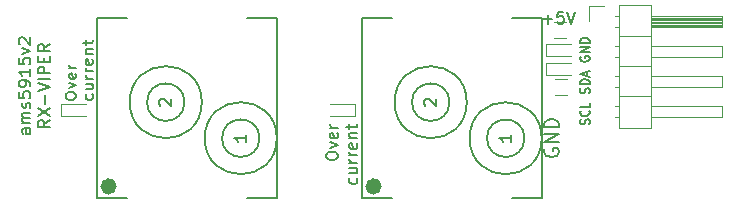
<source format=gto>
G04 #@! TF.FileFunction,Legend,Top*
%FSLAX46Y46*%
G04 Gerber Fmt 4.6, Leading zero omitted, Abs format (unit mm)*
G04 Created by KiCad (PCBNEW 4.0.6) date Mon Jan  8 21:03:33 2018*
%MOMM*%
%LPD*%
G01*
G04 APERTURE LIST*
%ADD10C,0.100000*%
%ADD11C,0.150000*%
%ADD12C,0.200000*%
%ADD13C,0.120000*%
%ADD14C,0.700000*%
G04 APERTURE END LIST*
D10*
D11*
X58532381Y-74096047D02*
X58008571Y-74096047D01*
X57913333Y-74143666D01*
X57865714Y-74238904D01*
X57865714Y-74429381D01*
X57913333Y-74524619D01*
X58484762Y-74096047D02*
X58532381Y-74191285D01*
X58532381Y-74429381D01*
X58484762Y-74524619D01*
X58389524Y-74572238D01*
X58294286Y-74572238D01*
X58199048Y-74524619D01*
X58151429Y-74429381D01*
X58151429Y-74191285D01*
X58103810Y-74096047D01*
X58532381Y-73619857D02*
X57865714Y-73619857D01*
X57960952Y-73619857D02*
X57913333Y-73572238D01*
X57865714Y-73477000D01*
X57865714Y-73334142D01*
X57913333Y-73238904D01*
X58008571Y-73191285D01*
X58532381Y-73191285D01*
X58008571Y-73191285D02*
X57913333Y-73143666D01*
X57865714Y-73048428D01*
X57865714Y-72905571D01*
X57913333Y-72810333D01*
X58008571Y-72762714D01*
X58532381Y-72762714D01*
X58484762Y-72334143D02*
X58532381Y-72238905D01*
X58532381Y-72048429D01*
X58484762Y-71953190D01*
X58389524Y-71905571D01*
X58341905Y-71905571D01*
X58246667Y-71953190D01*
X58199048Y-72048429D01*
X58199048Y-72191286D01*
X58151429Y-72286524D01*
X58056190Y-72334143D01*
X58008571Y-72334143D01*
X57913333Y-72286524D01*
X57865714Y-72191286D01*
X57865714Y-72048429D01*
X57913333Y-71953190D01*
X57532381Y-71000809D02*
X57532381Y-71477000D01*
X58008571Y-71524619D01*
X57960952Y-71477000D01*
X57913333Y-71381762D01*
X57913333Y-71143666D01*
X57960952Y-71048428D01*
X58008571Y-71000809D01*
X58103810Y-70953190D01*
X58341905Y-70953190D01*
X58437143Y-71000809D01*
X58484762Y-71048428D01*
X58532381Y-71143666D01*
X58532381Y-71381762D01*
X58484762Y-71477000D01*
X58437143Y-71524619D01*
X58532381Y-70477000D02*
X58532381Y-70286524D01*
X58484762Y-70191285D01*
X58437143Y-70143666D01*
X58294286Y-70048428D01*
X58103810Y-70000809D01*
X57722857Y-70000809D01*
X57627619Y-70048428D01*
X57580000Y-70096047D01*
X57532381Y-70191285D01*
X57532381Y-70381762D01*
X57580000Y-70477000D01*
X57627619Y-70524619D01*
X57722857Y-70572238D01*
X57960952Y-70572238D01*
X58056190Y-70524619D01*
X58103810Y-70477000D01*
X58151429Y-70381762D01*
X58151429Y-70191285D01*
X58103810Y-70096047D01*
X58056190Y-70048428D01*
X57960952Y-70000809D01*
X58532381Y-69048428D02*
X58532381Y-69619857D01*
X58532381Y-69334143D02*
X57532381Y-69334143D01*
X57675238Y-69429381D01*
X57770476Y-69524619D01*
X57818095Y-69619857D01*
X57532381Y-68143666D02*
X57532381Y-68619857D01*
X58008571Y-68667476D01*
X57960952Y-68619857D01*
X57913333Y-68524619D01*
X57913333Y-68286523D01*
X57960952Y-68191285D01*
X58008571Y-68143666D01*
X58103810Y-68096047D01*
X58341905Y-68096047D01*
X58437143Y-68143666D01*
X58484762Y-68191285D01*
X58532381Y-68286523D01*
X58532381Y-68524619D01*
X58484762Y-68619857D01*
X58437143Y-68667476D01*
X57865714Y-67762714D02*
X58532381Y-67524619D01*
X57865714Y-67286523D01*
X57627619Y-66953190D02*
X57580000Y-66905571D01*
X57532381Y-66810333D01*
X57532381Y-66572237D01*
X57580000Y-66476999D01*
X57627619Y-66429380D01*
X57722857Y-66381761D01*
X57818095Y-66381761D01*
X57960952Y-66429380D01*
X58532381Y-67000809D01*
X58532381Y-66381761D01*
X60182381Y-73381761D02*
X59706190Y-73715095D01*
X60182381Y-73953190D02*
X59182381Y-73953190D01*
X59182381Y-73572237D01*
X59230000Y-73476999D01*
X59277619Y-73429380D01*
X59372857Y-73381761D01*
X59515714Y-73381761D01*
X59610952Y-73429380D01*
X59658571Y-73476999D01*
X59706190Y-73572237D01*
X59706190Y-73953190D01*
X59182381Y-73048428D02*
X60182381Y-72381761D01*
X59182381Y-72381761D02*
X60182381Y-73048428D01*
X59801429Y-72000809D02*
X59801429Y-71238904D01*
X59182381Y-70905571D02*
X60182381Y-70572238D01*
X59182381Y-70238904D01*
X60182381Y-69905571D02*
X59182381Y-69905571D01*
X60182381Y-69429381D02*
X59182381Y-69429381D01*
X59182381Y-69048428D01*
X59230000Y-68953190D01*
X59277619Y-68905571D01*
X59372857Y-68857952D01*
X59515714Y-68857952D01*
X59610952Y-68905571D01*
X59658571Y-68953190D01*
X59706190Y-69048428D01*
X59706190Y-69429381D01*
X59658571Y-68429381D02*
X59658571Y-68096047D01*
X60182381Y-67953190D02*
X60182381Y-68429381D01*
X59182381Y-68429381D01*
X59182381Y-67953190D01*
X60182381Y-66953190D02*
X59706190Y-67286524D01*
X60182381Y-67524619D02*
X59182381Y-67524619D01*
X59182381Y-67143666D01*
X59230000Y-67048428D01*
X59277619Y-67000809D01*
X59372857Y-66953190D01*
X59515714Y-66953190D01*
X59610952Y-67000809D01*
X59658571Y-67048428D01*
X59706190Y-67143666D01*
X59706190Y-67524619D01*
X61537024Y-71445429D02*
X61537024Y-71254952D01*
X61577500Y-71159714D01*
X61658452Y-71064476D01*
X61820357Y-71016857D01*
X62103690Y-71016857D01*
X62265595Y-71064476D01*
X62346548Y-71159714D01*
X62387024Y-71254952D01*
X62387024Y-71445429D01*
X62346548Y-71540667D01*
X62265595Y-71635905D01*
X62103690Y-71683524D01*
X61820357Y-71683524D01*
X61658452Y-71635905D01*
X61577500Y-71540667D01*
X61537024Y-71445429D01*
X61820357Y-70683524D02*
X62387024Y-70445429D01*
X61820357Y-70207333D01*
X62346548Y-69445428D02*
X62387024Y-69540666D01*
X62387024Y-69731143D01*
X62346548Y-69826381D01*
X62265595Y-69874000D01*
X61941786Y-69874000D01*
X61860833Y-69826381D01*
X61820357Y-69731143D01*
X61820357Y-69540666D01*
X61860833Y-69445428D01*
X61941786Y-69397809D01*
X62022738Y-69397809D01*
X62103690Y-69874000D01*
X62387024Y-68969238D02*
X61820357Y-68969238D01*
X61982262Y-68969238D02*
X61901310Y-68921619D01*
X61860833Y-68874000D01*
X61820357Y-68778762D01*
X61820357Y-68683523D01*
X63771548Y-71207333D02*
X63812024Y-71302571D01*
X63812024Y-71493048D01*
X63771548Y-71588286D01*
X63731071Y-71635905D01*
X63650119Y-71683524D01*
X63407262Y-71683524D01*
X63326310Y-71635905D01*
X63285833Y-71588286D01*
X63245357Y-71493048D01*
X63245357Y-71302571D01*
X63285833Y-71207333D01*
X63245357Y-70350190D02*
X63812024Y-70350190D01*
X63245357Y-70778762D02*
X63690595Y-70778762D01*
X63771548Y-70731143D01*
X63812024Y-70635905D01*
X63812024Y-70493047D01*
X63771548Y-70397809D01*
X63731071Y-70350190D01*
X63812024Y-69874000D02*
X63245357Y-69874000D01*
X63407262Y-69874000D02*
X63326310Y-69826381D01*
X63285833Y-69778762D01*
X63245357Y-69683524D01*
X63245357Y-69588285D01*
X63812024Y-69254952D02*
X63245357Y-69254952D01*
X63407262Y-69254952D02*
X63326310Y-69207333D01*
X63285833Y-69159714D01*
X63245357Y-69064476D01*
X63245357Y-68969237D01*
X63771548Y-68254951D02*
X63812024Y-68350189D01*
X63812024Y-68540666D01*
X63771548Y-68635904D01*
X63690595Y-68683523D01*
X63366786Y-68683523D01*
X63285833Y-68635904D01*
X63245357Y-68540666D01*
X63245357Y-68350189D01*
X63285833Y-68254951D01*
X63366786Y-68207332D01*
X63447738Y-68207332D01*
X63528690Y-68683523D01*
X63245357Y-67778761D02*
X63812024Y-67778761D01*
X63326310Y-67778761D02*
X63285833Y-67731142D01*
X63245357Y-67635904D01*
X63245357Y-67493046D01*
X63285833Y-67397808D01*
X63366786Y-67350189D01*
X63812024Y-67350189D01*
X63245357Y-67016856D02*
X63245357Y-66635904D01*
X62962024Y-66873999D02*
X63690595Y-66873999D01*
X63771548Y-66826380D01*
X63812024Y-66731142D01*
X63812024Y-66635904D01*
X83567381Y-76509144D02*
X83567381Y-76318667D01*
X83615000Y-76223429D01*
X83710238Y-76128191D01*
X83900714Y-76080572D01*
X84234048Y-76080572D01*
X84424524Y-76128191D01*
X84519762Y-76223429D01*
X84567381Y-76318667D01*
X84567381Y-76509144D01*
X84519762Y-76604382D01*
X84424524Y-76699620D01*
X84234048Y-76747239D01*
X83900714Y-76747239D01*
X83710238Y-76699620D01*
X83615000Y-76604382D01*
X83567381Y-76509144D01*
X83900714Y-75747239D02*
X84567381Y-75509144D01*
X83900714Y-75271048D01*
X84519762Y-74509143D02*
X84567381Y-74604381D01*
X84567381Y-74794858D01*
X84519762Y-74890096D01*
X84424524Y-74937715D01*
X84043571Y-74937715D01*
X83948333Y-74890096D01*
X83900714Y-74794858D01*
X83900714Y-74604381D01*
X83948333Y-74509143D01*
X84043571Y-74461524D01*
X84138810Y-74461524D01*
X84234048Y-74937715D01*
X84567381Y-74032953D02*
X83900714Y-74032953D01*
X84091190Y-74032953D02*
X83995952Y-73985334D01*
X83948333Y-73937715D01*
X83900714Y-73842477D01*
X83900714Y-73747238D01*
X86169762Y-78318668D02*
X86217381Y-78413906D01*
X86217381Y-78604383D01*
X86169762Y-78699621D01*
X86122143Y-78747240D01*
X86026905Y-78794859D01*
X85741190Y-78794859D01*
X85645952Y-78747240D01*
X85598333Y-78699621D01*
X85550714Y-78604383D01*
X85550714Y-78413906D01*
X85598333Y-78318668D01*
X85550714Y-77461525D02*
X86217381Y-77461525D01*
X85550714Y-77890097D02*
X86074524Y-77890097D01*
X86169762Y-77842478D01*
X86217381Y-77747240D01*
X86217381Y-77604382D01*
X86169762Y-77509144D01*
X86122143Y-77461525D01*
X86217381Y-76985335D02*
X85550714Y-76985335D01*
X85741190Y-76985335D02*
X85645952Y-76937716D01*
X85598333Y-76890097D01*
X85550714Y-76794859D01*
X85550714Y-76699620D01*
X86217381Y-76366287D02*
X85550714Y-76366287D01*
X85741190Y-76366287D02*
X85645952Y-76318668D01*
X85598333Y-76271049D01*
X85550714Y-76175811D01*
X85550714Y-76080572D01*
X86169762Y-75366286D02*
X86217381Y-75461524D01*
X86217381Y-75652001D01*
X86169762Y-75747239D01*
X86074524Y-75794858D01*
X85693571Y-75794858D01*
X85598333Y-75747239D01*
X85550714Y-75652001D01*
X85550714Y-75461524D01*
X85598333Y-75366286D01*
X85693571Y-75318667D01*
X85788810Y-75318667D01*
X85884048Y-75794858D01*
X85550714Y-74890096D02*
X86217381Y-74890096D01*
X85645952Y-74890096D02*
X85598333Y-74842477D01*
X85550714Y-74747239D01*
X85550714Y-74604381D01*
X85598333Y-74509143D01*
X85693571Y-74461524D01*
X86217381Y-74461524D01*
X85550714Y-74128191D02*
X85550714Y-73747239D01*
X85217381Y-73985334D02*
X86074524Y-73985334D01*
X86169762Y-73937715D01*
X86217381Y-73842477D01*
X86217381Y-73747239D01*
X105837810Y-73756715D02*
X105875905Y-73649572D01*
X105875905Y-73471001D01*
X105837810Y-73399572D01*
X105799714Y-73363858D01*
X105723524Y-73328143D01*
X105647333Y-73328143D01*
X105571143Y-73363858D01*
X105533048Y-73399572D01*
X105494952Y-73471001D01*
X105456857Y-73613858D01*
X105418762Y-73685286D01*
X105380667Y-73721001D01*
X105304476Y-73756715D01*
X105228286Y-73756715D01*
X105152095Y-73721001D01*
X105114000Y-73685286D01*
X105075905Y-73613858D01*
X105075905Y-73435286D01*
X105114000Y-73328143D01*
X105799714Y-72578143D02*
X105837810Y-72613857D01*
X105875905Y-72721000D01*
X105875905Y-72792429D01*
X105837810Y-72899572D01*
X105761619Y-72971000D01*
X105685429Y-73006715D01*
X105533048Y-73042429D01*
X105418762Y-73042429D01*
X105266381Y-73006715D01*
X105190190Y-72971000D01*
X105114000Y-72899572D01*
X105075905Y-72792429D01*
X105075905Y-72721000D01*
X105114000Y-72613857D01*
X105152095Y-72578143D01*
X105875905Y-71899572D02*
X105875905Y-72256715D01*
X105075905Y-72256715D01*
X105837810Y-71113857D02*
X105875905Y-71006714D01*
X105875905Y-70828143D01*
X105837810Y-70756714D01*
X105799714Y-70721000D01*
X105723524Y-70685285D01*
X105647333Y-70685285D01*
X105571143Y-70721000D01*
X105533048Y-70756714D01*
X105494952Y-70828143D01*
X105456857Y-70971000D01*
X105418762Y-71042428D01*
X105380667Y-71078143D01*
X105304476Y-71113857D01*
X105228286Y-71113857D01*
X105152095Y-71078143D01*
X105114000Y-71042428D01*
X105075905Y-70971000D01*
X105075905Y-70792428D01*
X105114000Y-70685285D01*
X105875905Y-70363857D02*
X105075905Y-70363857D01*
X105075905Y-70185285D01*
X105114000Y-70078142D01*
X105190190Y-70006714D01*
X105266381Y-69970999D01*
X105418762Y-69935285D01*
X105533048Y-69935285D01*
X105685429Y-69970999D01*
X105761619Y-70006714D01*
X105837810Y-70078142D01*
X105875905Y-70185285D01*
X105875905Y-70363857D01*
X105647333Y-69649571D02*
X105647333Y-69292428D01*
X105875905Y-69720999D02*
X105075905Y-69470999D01*
X105875905Y-69220999D01*
X105114000Y-68006713D02*
X105075905Y-68078142D01*
X105075905Y-68185285D01*
X105114000Y-68292428D01*
X105190190Y-68363856D01*
X105266381Y-68399571D01*
X105418762Y-68435285D01*
X105533048Y-68435285D01*
X105685429Y-68399571D01*
X105761619Y-68363856D01*
X105837810Y-68292428D01*
X105875905Y-68185285D01*
X105875905Y-68113856D01*
X105837810Y-68006713D01*
X105799714Y-67970999D01*
X105533048Y-67970999D01*
X105533048Y-68113856D01*
X105875905Y-67649571D02*
X105075905Y-67649571D01*
X105875905Y-67220999D01*
X105075905Y-67220999D01*
X105875905Y-66863857D02*
X105075905Y-66863857D01*
X105075905Y-66685285D01*
X105114000Y-66578142D01*
X105190190Y-66506714D01*
X105266381Y-66470999D01*
X105418762Y-66435285D01*
X105533048Y-66435285D01*
X105685429Y-66470999D01*
X105761619Y-66506714D01*
X105837810Y-66578142D01*
X105875905Y-66685285D01*
X105875905Y-66863857D01*
D12*
X101942286Y-64833429D02*
X102704191Y-64833429D01*
X102323239Y-65214381D02*
X102323239Y-64452476D01*
X103656572Y-64214381D02*
X103180381Y-64214381D01*
X103132762Y-64690571D01*
X103180381Y-64642952D01*
X103275619Y-64595333D01*
X103513715Y-64595333D01*
X103608953Y-64642952D01*
X103656572Y-64690571D01*
X103704191Y-64785810D01*
X103704191Y-65023905D01*
X103656572Y-65119143D01*
X103608953Y-65166762D01*
X103513715Y-65214381D01*
X103275619Y-65214381D01*
X103180381Y-65166762D01*
X103132762Y-65119143D01*
X103989905Y-64214381D02*
X104323238Y-65214381D01*
X104656572Y-64214381D01*
X102120000Y-75836285D02*
X102062857Y-75950571D01*
X102062857Y-76122000D01*
X102120000Y-76293428D01*
X102234286Y-76407714D01*
X102348571Y-76464857D01*
X102577143Y-76522000D01*
X102748571Y-76522000D01*
X102977143Y-76464857D01*
X103091429Y-76407714D01*
X103205714Y-76293428D01*
X103262857Y-76122000D01*
X103262857Y-76007714D01*
X103205714Y-75836285D01*
X103148571Y-75779142D01*
X102748571Y-75779142D01*
X102748571Y-76007714D01*
X103262857Y-75264857D02*
X102062857Y-75264857D01*
X103262857Y-74579142D01*
X102062857Y-74579142D01*
X103262857Y-74007714D02*
X102062857Y-74007714D01*
X102062857Y-73721999D01*
X102120000Y-73550571D01*
X102234286Y-73436285D01*
X102348571Y-73379142D01*
X102577143Y-73321999D01*
X102748571Y-73321999D01*
X102977143Y-73379142D01*
X103091429Y-73436285D01*
X103205714Y-73550571D01*
X103262857Y-73721999D01*
X103262857Y-74007714D01*
D13*
X102182000Y-68580000D02*
X102182000Y-69580000D01*
X102182000Y-69580000D02*
X104282000Y-69580000D01*
X102182000Y-68580000D02*
X104282000Y-68580000D01*
X102205000Y-66937000D02*
X102205000Y-67937000D01*
X102205000Y-67937000D02*
X104305000Y-67937000D01*
X102205000Y-66937000D02*
X104305000Y-66937000D01*
X85986000Y-73009000D02*
X85986000Y-72009000D01*
X85986000Y-72009000D02*
X83886000Y-72009000D01*
X85986000Y-73009000D02*
X83886000Y-73009000D01*
X61161000Y-72009000D02*
X61161000Y-73009000D01*
X61161000Y-73009000D02*
X63261000Y-73009000D01*
X61161000Y-72009000D02*
X63261000Y-72009000D01*
X108341000Y-63634000D02*
X108341000Y-66294000D01*
X108341000Y-66294000D02*
X111081000Y-66294000D01*
X111081000Y-66294000D02*
X111081000Y-63634000D01*
X111081000Y-63634000D02*
X108341000Y-63634000D01*
X111081000Y-64584000D02*
X111081000Y-65464000D01*
X111081000Y-65464000D02*
X117081000Y-65464000D01*
X117081000Y-65464000D02*
X117081000Y-64584000D01*
X117081000Y-64584000D02*
X111081000Y-64584000D01*
X108031000Y-64584000D02*
X108341000Y-64584000D01*
X108031000Y-65464000D02*
X108341000Y-65464000D01*
X111081000Y-64704000D02*
X117081000Y-64704000D01*
X111081000Y-64824000D02*
X117081000Y-64824000D01*
X111081000Y-64944000D02*
X117081000Y-64944000D01*
X111081000Y-65064000D02*
X117081000Y-65064000D01*
X111081000Y-65184000D02*
X117081000Y-65184000D01*
X111081000Y-65304000D02*
X117081000Y-65304000D01*
X111081000Y-65424000D02*
X117081000Y-65424000D01*
X108341000Y-66294000D02*
X108341000Y-68834000D01*
X108341000Y-68834000D02*
X111081000Y-68834000D01*
X111081000Y-68834000D02*
X111081000Y-66294000D01*
X111081000Y-66294000D02*
X108341000Y-66294000D01*
X111081000Y-67124000D02*
X111081000Y-68004000D01*
X111081000Y-68004000D02*
X117081000Y-68004000D01*
X117081000Y-68004000D02*
X117081000Y-67124000D01*
X117081000Y-67124000D02*
X111081000Y-67124000D01*
X108031000Y-67124000D02*
X108341000Y-67124000D01*
X108031000Y-68004000D02*
X108341000Y-68004000D01*
X108341000Y-68834000D02*
X108341000Y-71374000D01*
X108341000Y-71374000D02*
X111081000Y-71374000D01*
X111081000Y-71374000D02*
X111081000Y-68834000D01*
X111081000Y-68834000D02*
X108341000Y-68834000D01*
X111081000Y-69664000D02*
X111081000Y-70544000D01*
X111081000Y-70544000D02*
X117081000Y-70544000D01*
X117081000Y-70544000D02*
X117081000Y-69664000D01*
X117081000Y-69664000D02*
X111081000Y-69664000D01*
X108031000Y-69664000D02*
X108341000Y-69664000D01*
X108031000Y-70544000D02*
X108341000Y-70544000D01*
X108341000Y-71374000D02*
X108341000Y-74034000D01*
X108341000Y-74034000D02*
X111081000Y-74034000D01*
X111081000Y-74034000D02*
X111081000Y-71374000D01*
X111081000Y-71374000D02*
X108341000Y-71374000D01*
X111081000Y-72204000D02*
X111081000Y-73084000D01*
X111081000Y-73084000D02*
X117081000Y-73084000D01*
X117081000Y-73084000D02*
X117081000Y-72204000D01*
X117081000Y-72204000D02*
X111081000Y-72204000D01*
X108031000Y-72204000D02*
X108341000Y-72204000D01*
X108031000Y-73084000D02*
X108341000Y-73084000D01*
X105791000Y-65024000D02*
X105791000Y-63754000D01*
X105791000Y-63754000D02*
X107061000Y-63754000D01*
X103994000Y-71280000D02*
X102994000Y-71280000D01*
X102994000Y-69920000D02*
X103994000Y-69920000D01*
X103878000Y-66466000D02*
X102878000Y-66466000D01*
X102878000Y-65106000D02*
X103878000Y-65106000D01*
D11*
X101831000Y-80002000D02*
X99291000Y-80002000D01*
X86591000Y-80002000D02*
X89131000Y-80002000D01*
X101831000Y-64762000D02*
X99291000Y-64762000D01*
X86591000Y-64762000D02*
X89131000Y-64762000D01*
D14*
X87944553Y-79002000D02*
G75*
G03X87944553Y-79002000I-353553J0D01*
G01*
D11*
X100368500Y-74922000D02*
G75*
G03X100368500Y-74922000I-1587500J0D01*
G01*
X94018500Y-71872000D02*
G75*
G03X94018500Y-71872000I-1587500J0D01*
G01*
X101831000Y-74922000D02*
G75*
G03X101831000Y-74922000I-3050000J0D01*
G01*
X101831000Y-80002000D02*
X101831000Y-64762000D01*
X86591000Y-80002000D02*
X86591000Y-64762000D01*
X95481000Y-71872000D02*
G75*
G03X95481000Y-71872000I-3050000J0D01*
G01*
X79400400Y-79997300D02*
X76860400Y-79997300D01*
X64160400Y-79997300D02*
X66700400Y-79997300D01*
X79400400Y-64757300D02*
X76860400Y-64757300D01*
X64160400Y-64757300D02*
X66700400Y-64757300D01*
D14*
X65513953Y-78997300D02*
G75*
G03X65513953Y-78997300I-353553J0D01*
G01*
D11*
X77937900Y-74917300D02*
G75*
G03X77937900Y-74917300I-1587500J0D01*
G01*
X71587900Y-71867300D02*
G75*
G03X71587900Y-71867300I-1587500J0D01*
G01*
X79400400Y-74917300D02*
G75*
G03X79400400Y-74917300I-3050000J0D01*
G01*
X79400400Y-79997300D02*
X79400400Y-64757300D01*
X64160400Y-79997300D02*
X64160400Y-64757300D01*
X73050400Y-71867300D02*
G75*
G03X73050400Y-71867300I-3050000J0D01*
G01*
X91978619Y-72157714D02*
X91931000Y-72110095D01*
X91883381Y-72014857D01*
X91883381Y-71776761D01*
X91931000Y-71681523D01*
X91978619Y-71633904D01*
X92073857Y-71586285D01*
X92169095Y-71586285D01*
X92311952Y-71633904D01*
X92883381Y-72205333D01*
X92883381Y-71586285D01*
X99233381Y-74636285D02*
X99233381Y-75207714D01*
X99233381Y-74922000D02*
X98233381Y-74922000D01*
X98376238Y-75017238D01*
X98471476Y-75112476D01*
X98519095Y-75207714D01*
X69548019Y-72153014D02*
X69500400Y-72105395D01*
X69452781Y-72010157D01*
X69452781Y-71772061D01*
X69500400Y-71676823D01*
X69548019Y-71629204D01*
X69643257Y-71581585D01*
X69738495Y-71581585D01*
X69881352Y-71629204D01*
X70452781Y-72200633D01*
X70452781Y-71581585D01*
X76802781Y-74631585D02*
X76802781Y-75203014D01*
X76802781Y-74917300D02*
X75802781Y-74917300D01*
X75945638Y-75012538D01*
X76040876Y-75107776D01*
X76088495Y-75203014D01*
M02*

</source>
